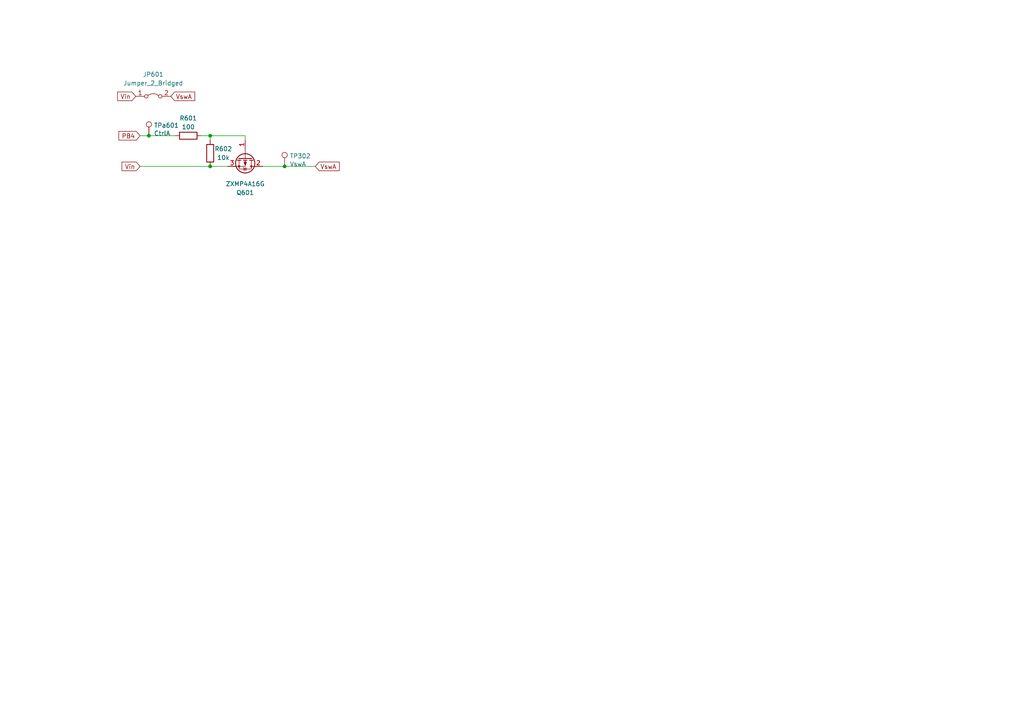
<source format=kicad_sch>
(kicad_sch (version 20211123) (generator eeschema)
  (paper "A4")
  (lib_symbols
    (symbol "Connector:TestPoint" (pin_numbers hide) (pin_names (offset 0.762) hide)
      (property "Reference" "TP" (at 0 6.858 0))
      (property "Value" "TestPoint" (at 0 5.08 0))
      (symbol "TestPoint_0_1"
        (circle (center 0 3.302) (radius 0.762))
      )
      (symbol "TestPoint_1_1"
        (pin passive line (at 0 0 90) (length 2.54) (name "1") (number "1"))
      )
    )
    (symbol "Device:R" (pin_numbers hide) (pin_names (offset 0))
      (property "Reference" "R" (at 2.032 0 90))
      (property "Value" "R" (at 0 0 90))
      (symbol "R_0_1"
        (rectangle (start -1.016 -2.54) (end 1.016 2.54) (stroke (width 0.254)))
      )
      (symbol "R_1_1"
        (pin passive line (at 0 3.81 270) (length 1.27) (name "~") (number "1"))
        (pin passive line (at 0 -3.81 90) (length 1.27) (name "~") (number "2"))
      )
    )
    (symbol "Jumper:Jumper_2_Bridged" (pin_names (offset 0) hide)
      (property "Reference" "JP" (at 0 1.905 0))
      (property "Value" "Jumper_2_Bridged" (at 0 -2.54 0))
      (symbol "Jumper_2_Bridged_0_0"
        (circle (center -2.032 0) (radius 0.508))
        (circle (center 2.032 0) (radius 0.508))
      )
      (symbol "Jumper_2_Bridged_0_1"
        (arc (start 1.524 0.254) (mid 0 0.762) (end -1.524 0.254))
      )
      (symbol "Jumper_2_Bridged_1_1"
        (pin passive line (at -5.08 0 0) (length 2.54) (name "A") (number "1"))
        (pin passive line (at 5.08 0 180) (length 2.54) (name "B") (number "2"))
      )
    )
    (symbol "Transistor_FET:ZXMP4A16G" (pin_names hide)
      (property "Reference" "Q" (at 5.08 1.905 0))
      (property "Value" "ZXMP4A16G" (at 5.08 0 0))
      (symbol "ZXMP4A16G_0_1"
        (polyline (pts (xy 0.254 0) (xy -2.54 0)))
        (polyline (pts (xy 0.254 1.905) (xy 0.254 -1.905)) (stroke (width 0.254)))
        (polyline (pts (xy 0.762 -1.27) (xy 0.762 -2.286)) (stroke (width 0.254)))
        (polyline (pts (xy 0.762 0.508) (xy 0.762 -0.508)) (stroke (width 0.254)))
        (polyline (pts (xy 0.762 2.286) (xy 0.762 1.27)) (stroke (width 0.254)))
        (polyline (pts (xy 2.54 2.54) (xy 2.54 1.778)))
        (polyline (pts (xy 2.54 -2.54) (xy 2.54 0) (xy 0.762 0)))
        (polyline (pts (xy 0.762 1.778) (xy 3.302 1.778) (xy 3.302 -1.778) (xy 0.762 -1.778)))
        (polyline (pts (xy 2.286 0) (xy 1.27 0.381) (xy 1.27 -0.381) (xy 2.286 0)) (fill (type outline)))
        (polyline (pts (xy 2.794 -0.508) (xy 2.921 -0.381) (xy 3.683 -0.381) (xy 3.81 -0.254)))
        (polyline (pts (xy 3.302 -0.381) (xy 2.921 0.254) (xy 3.683 0.254) (xy 3.302 -0.381)))
        (circle (center 1.651 0) (radius 2.794) (stroke (width 0.254)))
        (circle (center 2.54 -1.778) (radius 0.254) (fill (type outline)))
        (circle (center 2.54 1.778) (radius 0.254) (fill (type outline)))
      )
      (symbol "ZXMP4A16G_1_1"
        (pin input line (at -5.08 0 0) (length 2.54) (name "G") (number "1"))
        (pin passive line (at 2.54 5.08 270) (length 2.54) (name "D") (number "2"))
        (pin passive line (at 2.54 -5.08 90) (length 2.54) (name "S") (number "3"))
      )
    )
  )
  (junction (at 82.55 48.26))
  (junction (at 43.18 39.37))
  (junction (at 60.96 39.37))
  (junction (at 60.96 48.26))
  (wire (pts (xy 60.96 48.26) (xy 66.04 48.26)))
  (wire (pts (xy 40.64 39.37) (xy 43.18 39.37)))
  (wire (pts (xy 43.18 39.37) (xy 50.8 39.37)))
  (wire (pts (xy 58.42 39.37) (xy 60.96 39.37)))
  (wire (pts (xy 60.96 39.37) (xy 71.12 39.37)))
  (wire (pts (xy 71.12 39.37) (xy 71.12 40.64)))
  (wire (pts (xy 40.64 48.26) (xy 60.96 48.26)))
  (wire (pts (xy 82.55 48.26) (xy 91.44 48.26)))
  (wire (pts (xy 60.96 40.64) (xy 60.96 39.37)))
  (wire (pts (xy 76.2 48.26) (xy 82.55 48.26)))
  (global_label "PB4" (shape input) (at 40.64 39.37 180) (property "Intersheet References" "${INTERSHEET_REFS}" (effects hide)))
  (global_label "VswA" (shape input) (at 91.44 48.26 0) (property "Intersheet References" "${INTERSHEET_REFS}" (effects hide)))
  (global_label "VswA" (shape input) (at 49.53 27.94 0) (property "Intersheet References" "${INTERSHEET_REFS}" (effects hide)))
  (global_label "Vin" (shape input) (at 39.37 27.94 180) (property "Intersheet References" "${INTERSHEET_REFS}" (effects hide)))
  (global_label "Vin" (shape input) (at 40.64 48.26 180) (property "Intersheet References" "${INTERSHEET_REFS}" (effects hide)))
  (symbol (lib_id "Transistor_FET:ZXMP4A16G") (at 71.12 45.72 270) (unit 1)
    (property "Reference" "Q601" (at 71.12 55.88 90))
    (property "Value" "ZXMP4A16G" (at 71.12 53.34 90))
    (property "Footprint" "Package_TO_SOT_SMD:SOT-223-3_TabPin2" (effects hide))
    (property "Datasheet" "https://www.diodes.com/assets/Datasheets/ZXMP4A16G.pdf" (effects hide))
    (property "LCSC" "C141324" (effects hide))
  )
  (symbol (lib_id "Connector:TestPoint") (at 82.55 48.26 0) (unit 1) (in_bom no)
    (property "Reference" "TP302" (at 84.0232 45.2628 0) (effects (justify left)))
    (property "Value" "VswA" (at 84.0232 47.5742 0) (effects (justify left)))
    (property "Footprint" "tinker:TestPoint_THTPad_D1.0mm_Drill0.5mm" (effects hide))
  )
  (symbol (lib_id "Jumper:Jumper_2_Bridged") (at 44.45 27.94 0) (unit 1) (in_bom no) (on_board no)
    (property "Reference" "JP601" (at 44.45 21.59 0))
    (property "Value" "Jumper_2_Bridged" (at 44.45 24.13 0))
    (property "Footprint" "Jumper:SolderJumper-2_P1.3mm_Bridged_RoundedPad1.0x1.5mm" (effects hide))
  )
  (symbol (lib_id "Connector:TestPoint") (at 43.18 39.37 0) (unit 1) (in_bom no)
    (property "Reference" "TPa601" (at 44.6532 36.3728 0) (effects (justify left)))
    (property "Value" "CtrlA" (at 44.6532 38.6842 0) (effects (justify left)))
    (property "Footprint" "tinker:TestPoint_THTPad_D1.0mm_Drill0.5mm" (effects hide))
  )
  (symbol (lib_id "Device:R") (at 60.96 44.45 0) (mirror x) (unit 1)
    (property "Reference" "R602" (at 64.77 43.18 0))
    (property "Value" "10k" (at 64.77 45.72 0))
    (property "Footprint" "Resistor_SMD:R_0603_1608Metric" (effects hide))
    (property "LCSC" "C25804" (effects hide))
  )
  (symbol (lib_id "Device:R") (at 54.61 39.37 90) (mirror x) (unit 1)
    (property "Reference" "R601" (at 54.61 34.29 90))
    (property "Value" "100" (at 54.61 36.83 90))
    (property "Footprint" "Resistor_SMD:R_0603_1608Metric" (effects hide))
    (property "LCSC" "C22775" (effects hide))
  )
)
</source>
